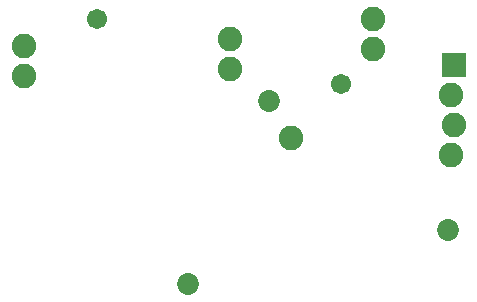
<source format=gbs>
G75*
%MOIN*%
%OFA0B0*%
%FSLAX25Y25*%
%IPPOS*%
%LPD*%
%AMOC8*
5,1,8,0,0,1.08239X$1,22.5*
%
%ADD10C,0.08200*%
%ADD11R,0.08200X0.08200*%
%ADD12C,0.07296*%
%ADD13C,0.06706*%
D10*
X0110304Y0082426D03*
X0090146Y0105457D03*
X0090146Y0115457D03*
X0137627Y0112111D03*
X0137627Y0122111D03*
X0163662Y0096599D03*
X0164662Y0086599D03*
X0163662Y0076599D03*
X0021304Y0103244D03*
X0021304Y0113244D03*
D11*
X0164662Y0106599D03*
D12*
X0076170Y0033803D03*
X0102942Y0094827D03*
X0162784Y0051717D03*
D13*
X0127154Y0100339D03*
X0045658Y0121992D03*
M02*

</source>
